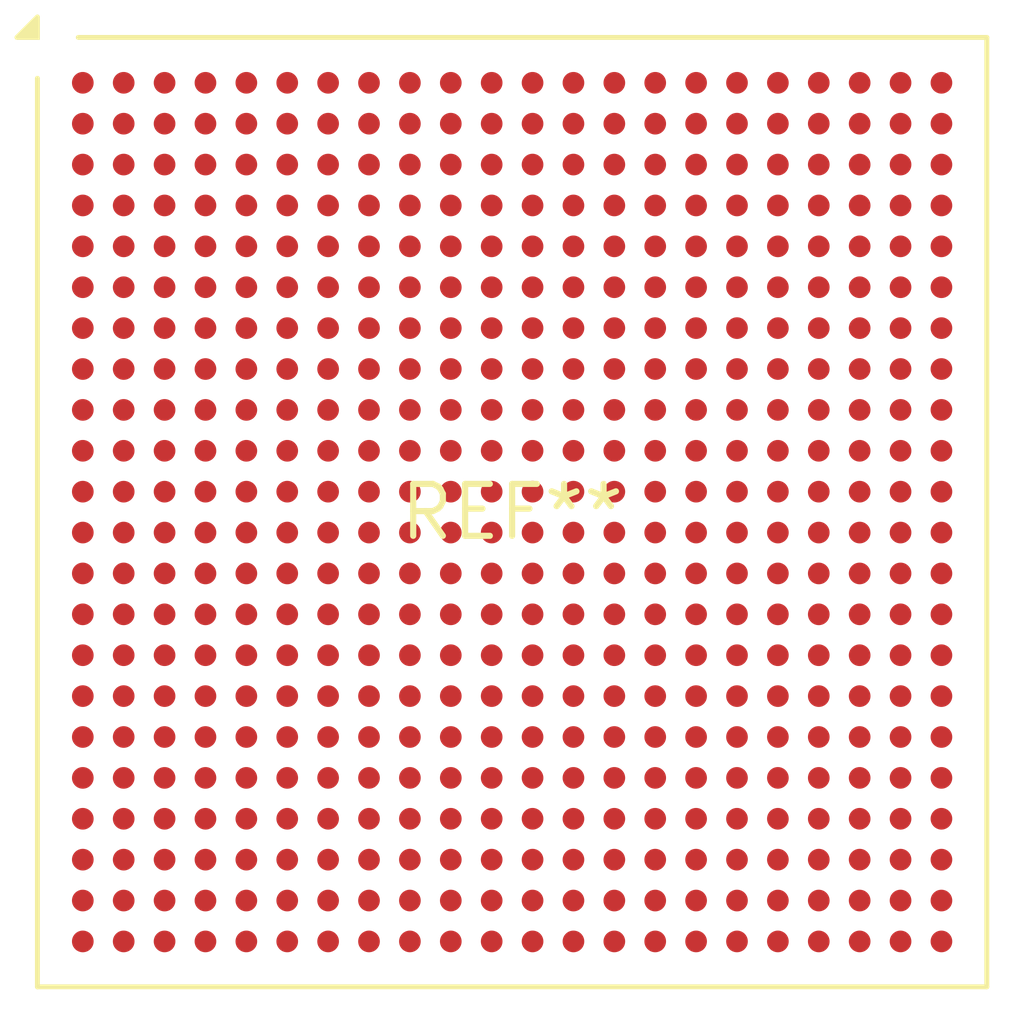
<source format=kicad_pcb>
(kicad_pcb (version 20240108) (generator pcbnew)
  (layers (0 "F.Cu" signal) (31 "B.Cu" signal) (34 "B.Paste" user) (35 "F.Paste" user) (36 "B.SilkS" user "B.Silkscreen") (37 "F.SilkS" user "F.Silkscreen") (38 "B.Mask" user) (39 "F.Mask" user) (44 "Edge.Cuts" user))
  (net 0 "")
  (footprint "Xilinx_RB484" (layer "F.Cu") (at 0 0)
    (property "Reference" "REF**")
    (property "Value" "Xilinx_RB484")
    (pad "A1" smd circle (at -10.5 -10.5) (size 0.53 0.53) (property pad_prop_bga) (layers "F.Cu" "F.Paste" "F.Mask"))
    (pad "A2" smd circle (at -9.5 -10.5) (size 0.53 0.53) (property pad_prop_bga) (layers "F.Cu" "F.Paste" "F.Mask"))
    (pad "A3" smd circle (at -8.5 -10.5) (size 0.53 0.53) (property pad_prop_bga) (layers "F.Cu" "F.Paste" "F.Mask"))
    (pad "A4" smd circle (at -7.5 -10.5) (size 0.53 0.53) (property pad_prop_bga) (layers "F.Cu" "F.Paste" "F.Mask"))
    (pad "A5" smd circle (at -6.5 -10.5) (size 0.53 0.53) (property pad_prop_bga) (layers "F.Cu" "F.Paste" "F.Mask"))
    (pad "A6" smd circle (at -5.5 -10.5) (size 0.53 0.53) (property pad_prop_bga) (layers "F.Cu" "F.Paste" "F.Mask"))
    (pad "A7" smd circle (at -4.5 -10.5) (size 0.53 0.53) (property pad_prop_bga) (layers "F.Cu" "F.Paste" "F.Mask"))
    (pad "A8" smd circle (at -3.5 -10.5) (size 0.53 0.53) (property pad_prop_bga) (layers "F.Cu" "F.Paste" "F.Mask"))
    (pad "A9" smd circle (at -2.5 -10.5) (size 0.53 0.53) (property pad_prop_bga) (layers "F.Cu" "F.Paste" "F.Mask"))
    (pad "A10" smd circle (at -1.5 -10.5) (size 0.53 0.53) (property pad_prop_bga) (layers "F.Cu" "F.Paste" "F.Mask"))
    (pad "A11" smd circle (at -0.5 -10.5) (size 0.53 0.53) (property pad_prop_bga) (layers "F.Cu" "F.Paste" "F.Mask"))
    (pad "A12" smd circle (at 0.5 -10.5) (size 0.53 0.53) (property pad_prop_bga) (layers "F.Cu" "F.Paste" "F.Mask"))
    (pad "A13" smd circle (at 1.5 -10.5) (size 0.53 0.53) (property pad_prop_bga) (layers "F.Cu" "F.Paste" "F.Mask"))
    (pad "A14" smd circle (at 2.5 -10.5) (size 0.53 0.53) (property pad_prop_bga) (layers "F.Cu" "F.Paste" "F.Mask"))
    (pad "A15" smd circle (at 3.5 -10.5) (size 0.53 0.53) (property pad_prop_bga) (layers "F.Cu" "F.Paste" "F.Mask"))
    (pad "A16" smd circle (at 4.5 -10.5) (size 0.53 0.53) (property pad_prop_bga) (layers "F.Cu" "F.Paste" "F.Mask"))
    (pad "A17" smd circle (at 5.5 -10.5) (size 0.53 0.53) (property pad_prop_bga) (layers "F.Cu" "F.Paste" "F.Mask"))
    (pad "A18" smd circle (at 6.5 -10.5) (size 0.53 0.53) (property pad_prop_bga) (layers "F.Cu" "F.Paste" "F.Mask"))
    (pad "A19" smd circle (at 7.5 -10.5) (size 0.53 0.53) (property pad_prop_bga) (layers "F.Cu" "F.Paste" "F.Mask"))
    (pad "A20" smd circle (at 8.5 -10.5) (size 0.53 0.53) (property pad_prop_bga) (layers "F.Cu" "F.Paste" "F.Mask"))
    (pad "A21" smd circle (at 9.5 -10.5) (size 0.53 0.53) (property pad_prop_bga) (layers "F.Cu" "F.Paste" "F.Mask"))
    (pad "A22" smd circle (at 10.5 -10.5) (size 0.53 0.53) (property pad_prop_bga) (layers "F.Cu" "F.Paste" "F.Mask"))
    (pad "AA1" smd circle (at -10.5 9.5) (size 0.53 0.53) (property pad_prop_bga) (layers "F.Cu" "F.Paste" "F.Mask"))
    (pad "AA2" smd circle (at -9.5 9.5) (size 0.53 0.53) (property pad_prop_bga) (layers "F.Cu" "F.Paste" "F.Mask"))
    (pad "AA3" smd circle (at -8.5 9.5) (size 0.53 0.53) (property pad_prop_bga) (layers "F.Cu" "F.Paste" "F.Mask"))
    (pad "AA4" smd circle (at -7.5 9.5) (size 0.53 0.53) (property pad_prop_bga) (layers "F.Cu" "F.Paste" "F.Mask"))
    (pad "AA5" smd circle (at -6.5 9.5) (size 0.53 0.53) (property pad_prop_bga) (layers "F.Cu" "F.Paste" "F.Mask"))
    (pad "AA6" smd circle (at -5.5 9.5) (size 0.53 0.53) (property pad_prop_bga) (layers "F.Cu" "F.Paste" "F.Mask"))
    (pad "AA7" smd circle (at -4.5 9.5) (size 0.53 0.53) (property pad_prop_bga) (layers "F.Cu" "F.Paste" "F.Mask"))
    (pad "AA8" smd circle (at -3.5 9.5) (size 0.53 0.53) (property pad_prop_bga) (layers "F.Cu" "F.Paste" "F.Mask"))
    (pad "AA9" smd circle (at -2.5 9.5) (size 0.53 0.53) (property pad_prop_bga) (layers "F.Cu" "F.Paste" "F.Mask"))
    (pad "AA10" smd circle (at -1.5 9.5) (size 0.53 0.53) (property pad_prop_bga) (layers "F.Cu" "F.Paste" "F.Mask"))
    (pad "AA11" smd circle (at -0.5 9.5) (size 0.53 0.53) (property pad_prop_bga) (layers "F.Cu" "F.Paste" "F.Mask"))
    (pad "AA12" smd circle (at 0.5 9.5) (size 0.53 0.53) (property pad_prop_bga) (layers "F.Cu" "F.Paste" "F.Mask"))
    (pad "AA13" smd circle (at 1.5 9.5) (size 0.53 0.53) (property pad_prop_bga) (layers "F.Cu" "F.Paste" "F.Mask"))
    (pad "AA14" smd circle (at 2.5 9.5) (size 0.53 0.53) (property pad_prop_bga) (layers "F.Cu" "F.Paste" "F.Mask"))
    (pad "AA15" smd circle (at 3.5 9.5) (size 0.53 0.53) (property pad_prop_bga) (layers "F.Cu" "F.Paste" "F.Mask"))
    (pad "AA16" smd circle (at 4.5 9.5) (size 0.53 0.53) (property pad_prop_bga) (layers "F.Cu" "F.Paste" "F.Mask"))
    (pad "AA17" smd circle (at 5.5 9.5) (size 0.53 0.53) (property pad_prop_bga) (layers "F.Cu" "F.Paste" "F.Mask"))
    (pad "AA18" smd circle (at 6.5 9.5) (size 0.53 0.53) (property pad_prop_bga) (layers "F.Cu" "F.Paste" "F.Mask"))
    (pad "AA19" smd circle (at 7.5 9.5) (size 0.53 0.53) (property pad_prop_bga) (layers "F.Cu" "F.Paste" "F.Mask"))
    (pad "AA20" smd circle (at 8.5 9.5) (size 0.53 0.53) (property pad_prop_bga) (layers "F.Cu" "F.Paste" "F.Mask"))
    (pad "AA21" smd circle (at 9.5 9.5) (size 0.53 0.53) (property pad_prop_bga) (layers "F.Cu" "F.Paste" "F.Mask"))
    (pad "AA22" smd circle (at 10.5 9.5) (size 0.53 0.53) (property pad_prop_bga) (layers "F.Cu" "F.Paste" "F.Mask"))
    (pad "AB1" smd circle (at -10.5 10.5) (size 0.53 0.53) (property pad_prop_bga) (layers "F.Cu" "F.Paste" "F.Mask"))
    (pad "AB2" smd circle (at -9.5 10.5) (size 0.53 0.53) (property pad_prop_bga) (layers "F.Cu" "F.Paste" "F.Mask"))
    (pad "AB3" smd circle (at -8.5 10.5) (size 0.53 0.53) (property pad_prop_bga) (layers "F.Cu" "F.Paste" "F.Mask"))
    (pad "AB4" smd circle (at -7.5 10.5) (size 0.53 0.53) (property pad_prop_bga) (layers "F.Cu" "F.Paste" "F.Mask"))
    (pad "AB5" smd circle (at -6.5 10.5) (size 0.53 0.53) (property pad_prop_bga) (layers "F.Cu" "F.Paste" "F.Mask"))
    (pad "AB6" smd circle (at -5.5 10.5) (size 0.53 0.53) (property pad_prop_bga) (layers "F.Cu" "F.Paste" "F.Mask"))
    (pad "AB7" smd circle (at -4.5 10.5) (size 0.53 0.53) (property pad_prop_bga) (layers "F.Cu" "F.Paste" "F.Mask"))
    (pad "AB8" smd circle (at -3.5 10.5) (size 0.53 0.53) (property pad_prop_bga) (layers "F.Cu" "F.Paste" "F.Mask"))
    (pad "AB9" smd circle (at -2.5 10.5) (size 0.53 0.53) (property pad_prop_bga) (layers "F.Cu" "F.Paste" "F.Mask"))
    (pad "AB10" smd circle (at -1.5 10.5) (size 0.53 0.53) (property pad_prop_bga) (layers "F.Cu" "F.Paste" "F.Mask"))
    (pad "AB11" smd circle (at -0.5 10.5) (size 0.53 0.53) (property pad_prop_bga) (layers "F.Cu" "F.Paste" "F.Mask"))
    (pad "AB12" smd circle (at 0.5 10.5) (size 0.53 0.53) (property pad_prop_bga) (layers "F.Cu" "F.Paste" "F.Mask"))
    (pad "AB13" smd circle (at 1.5 10.5) (size 0.53 0.53) (property pad_prop_bga) (layers "F.Cu" "F.Paste" "F.Mask"))
    (pad "AB14" smd circle (at 2.5 10.5) (size 0.53 0.53) (property pad_prop_bga) (layers "F.Cu" "F.Paste" "F.Mask"))
    (pad "AB15" smd circle (at 3.5 10.5) (size 0.53 0.53) (property pad_prop_bga) (layers "F.Cu" "F.Paste" "F.Mask"))
    (pad "AB16" smd circle (at 4.5 10.5) (size 0.53 0.53) (property pad_prop_bga) (layers "F.Cu" "F.Paste" "F.Mask"))
    (pad "AB17" smd circle (at 5.5 10.5) (size 0.53 0.53) (property pad_prop_bga) (layers "F.Cu" "F.Paste" "F.Mask"))
    (pad "AB18" smd circle (at 6.5 10.5) (size 0.53 0.53) (property pad_prop_bga) (layers "F.Cu" "F.Paste" "F.Mask"))
    (pad "AB19" smd circle (at 7.5 10.5) (size 0.53 0.53) (property pad_prop_bga) (layers "F.Cu" "F.Paste" "F.Mask"))
    (pad "AB20" smd circle (at 8.5 10.5) (size 0.53 0.53) (property pad_prop_bga) (layers "F.Cu" "F.Paste" "F.Mask"))
    (pad "AB21" smd circle (at 9.5 10.5) (size 0.53 0.53) (property pad_prop_bga) (layers "F.Cu" "F.Paste" "F.Mask"))
    (pad "AB22" smd circle (at 10.5 10.5) (size 0.53 0.53) (property pad_prop_bga) (layers "F.Cu" "F.Paste" "F.Mask"))
    (pad "B1" smd circle (at -10.5 -9.5) (size 0.53 0.53) (property pad_prop_bga) (layers "F.Cu" "F.Paste" "F.Mask"))
    (pad "B2" smd circle (at -9.5 -9.5) (size 0.53 0.53) (property pad_prop_bga) (layers "F.Cu" "F.Paste" "F.Mask"))
    (pad "B3" smd circle (at -8.5 -9.5) (size 0.53 0.53) (property pad_prop_bga) (layers "F.Cu" "F.Paste" "F.Mask"))
    (pad "B4" smd circle (at -7.5 -9.5) (size 0.53 0.53) (property pad_prop_bga) (layers "F.Cu" "F.Paste" "F.Mask"))
    (pad "B5" smd circle (at -6.5 -9.5) (size 0.53 0.53) (property pad_prop_bga) (layers "F.Cu" "F.Paste" "F.Mask"))
    (pad "B6" smd circle (at -5.5 -9.5) (size 0.53 0.53) (property pad_prop_bga) (layers "F.Cu" "F.Paste" "F.Mask"))
    (pad "B7" smd circle (at -4.5 -9.5) (size 0.53 0.53) (property pad_prop_bga) (layers "F.Cu" "F.Paste" "F.Mask"))
    (pad "B8" smd circle (at -3.5 -9.5) (size 0.53 0.53) (property pad_prop_bga) (layers "F.Cu" "F.Paste" "F.Mask"))
    (pad "B9" smd circle (at -2.5 -9.5) (size 0.53 0.53) (property pad_prop_bga) (layers "F.Cu" "F.Paste" "F.Mask"))
    (pad "B10" smd circle (at -1.5 -9.5) (size 0.53 0.53) (property pad_prop_bga) (layers "F.Cu" "F.Paste" "F.Mask"))
    (pad "B11" smd circle (at -0.5 -9.5) (size 0.53 0.53) (property pad_prop_bga) (layers "F.Cu" "F.Paste" "F.Mask"))
    (pad "B12" smd circle (at 0.5 -9.5) (size 0.53 0.53) (property pad_prop_bga) (layers "F.Cu" "F.Paste" "F.Mask"))
    (pad "B13" smd circle (at 1.5 -9.5) (size 0.53 0.53) (property pad_prop_bga) (layers "F.Cu" "F.Paste" "F.Mask"))
    (pad "B14" smd circle (at 2.5 -9.5) (size 0.53 0.53) (property pad_prop_bga) (layers "F.Cu" "F.Paste" "F.Mask"))
    (pad "B15" smd circle (at 3.5 -9.5) (size 0.53 0.53) (property pad_prop_bga) (layers "F.Cu" "F.Paste" "F.Mask"))
    (pad "B16" smd circle (at 4.5 -9.5) (size 0.53 0.53) (property pad_prop_bga) (layers "F.Cu" "F.Paste" "F.Mask"))
    (pad "B17" smd circle (at 5.5 -9.5) (size 0.53 0.53) (property pad_prop_bga) (layers "F.Cu" "F.Paste" "F.Mask"))
    (pad "B18" smd circle (at 6.5 -9.5) (size 0.53 0.53) (property pad_prop_bga) (layers "F.Cu" "F.Paste" "F.Mask"))
    (pad "B19" smd circle (at 7.5 -9.5) (size 0.53 0.53) (property pad_prop_bga) (layers "F.Cu" "F.Paste" "F.Mask"))
    (pad "B20" smd circle (at 8.5 -9.5) (size 0.53 0.53) (property pad_prop_bga) (layers "F.Cu" "F.Paste" "F.Mask"))
    (pad "B21" smd circle (at 9.5 -9.5) (size 0.53 0.53) (property pad_prop_bga) (layers "F.Cu" "F.Paste" "F.Mask"))
    (pad "B22" smd circle (at 10.5 -9.5) (size 0.53 0.53) (property pad_prop_bga) (layers "F.Cu" "F.Paste" "F.Mask"))
    (pad "C1" smd circle (at -10.5 -8.5) (size 0.53 0.53) (property pad_prop_bga) (layers "F.Cu" "F.Paste" "F.Mask"))
    (pad "C2" smd circle (at -9.5 -8.5) (size 0.53 0.53) (property pad_prop_bga) (layers "F.Cu" "F.Paste" "F.Mask"))
    (pad "C3" smd circle (at -8.5 -8.5) (size 0.53 0.53) (property pad_prop_bga) (layers "F.Cu" "F.Paste" "F.Mask"))
    (pad "C4" smd circle (at -7.5 -8.5) (size 0.53 0.53) (property pad_prop_bga) (layers "F.Cu" "F.Paste" "F.Mask"))
    (pad "C5" smd circle (at -6.5 -8.5) (size 0.53 0.53) (property pad_prop_bga) (layers "F.Cu" "F.Paste" "F.Mask"))
    (pad "C6" smd circle (at -5.5 -8.5) (size 0.53 0.53) (property pad_prop_bga) (layers "F.Cu" "F.Paste" "F.Mask"))
    (pad "C7" smd circle (at -4.5 -8.5) (size 0.53 0.53) (property pad_prop_bga) (layers "F.Cu" "F.Paste" "F.Mask"))
    (pad "C8" smd circle (at -3.5 -8.5) (size 0.53 0.53) (property pad_prop_bga) (layers "F.Cu" "F.Paste" "F.Mask"))
    (pad "C9" smd circle (at -2.5 -8.5) (size 0.53 0.53) (property pad_prop_bga) (layers "F.Cu" "F.Paste" "F.Mask"))
    (pad "C10" smd circle (at -1.5 -8.5) (size 0.53 0.53) (property pad_prop_bga) (layers "F.Cu" "F.Paste" "F.Mask"))
    (pad "C11" smd circle (at -0.5 -8.5) (size 0.53 0.53) (property pad_prop_bga) (layers "F.Cu" "F.Paste" "F.Mask"))
    (pad "C12" smd circle (at 0.5 -8.5) (size 0.53 0.53) (property pad_prop_bga) (layers "F.Cu" "F.Paste" "F.Mask"))
    (pad "C13" smd circle (at 1.5 -8.5) (size 0.53 0.53) (property pad_prop_bga) (layers "F.Cu" "F.Paste" "F.Mask"))
    (pad "C14" smd circle (at 2.5 -8.5) (size 0.53 0.53) (property pad_prop_bga) (layers "F.Cu" "F.Paste" "F.Mask"))
    (pad "C15" smd circle (at 3.5 -8.5) (size 0.53 0.53) (property pad_prop_bga) (layers "F.Cu" "F.Paste" "F.Mask"))
    (pad "C16" smd circle (at 4.5 -8.5) (size 0.53 0.53) (property pad_prop_bga) (layers "F.Cu" "F.Paste" "F.Mask"))
    (pad "C17" smd circle (at 5.5 -8.5) (size 0.53 0.53) (property pad_prop_bga) (layers "F.Cu" "F.Paste" "F.Mask"))
    (pad "C18" smd circle (at 6.5 -8.5) (size 0.53 0.53) (property pad_prop_bga) (layers "F.Cu" "F.Paste" "F.Mask"))
    (pad "C19" smd circle (at 7.5 -8.5) (size 0.53 0.53) (property pad_prop_bga) (layers "F.Cu" "F.Paste" "F.Mask"))
    (pad "C20" smd circle (at 8.5 -8.5) (size 0.53 0.53) (property pad_prop_bga) (layers "F.Cu" "F.Paste" "F.Mask"))
    (pad "C21" smd circle (at 9.5 -8.5) (size 0.53 0.53) (property pad_prop_bga) (layers "F.Cu" "F.Paste" "F.Mask"))
    (pad "C22" smd circle (at 10.5 -8.5) (size 0.53 0.53) (property pad_prop_bga) (layers "F.Cu" "F.Paste" "F.Mask"))
    (pad "D1" smd circle (at -10.5 -7.5) (size 0.53 0.53) (property pad_prop_bga) (layers "F.Cu" "F.Paste" "F.Mask"))
    (pad "D2" smd circle (at -9.5 -7.5) (size 0.53 0.53) (property pad_prop_bga) (layers "F.Cu" "F.Paste" "F.Mask"))
    (pad "D3" smd circle (at -8.5 -7.5) (size 0.53 0.53) (property pad_prop_bga) (layers "F.Cu" "F.Paste" "F.Mask"))
    (pad "D4" smd circle (at -7.5 -7.5) (size 0.53 0.53) (property pad_prop_bga) (layers "F.Cu" "F.Paste" "F.Mask"))
    (pad "D5" smd circle (at -6.5 -7.5) (size 0.53 0.53) (property pad_prop_bga) (layers "F.Cu" "F.Paste" "F.Mask"))
    (pad "D6" smd circle (at -5.5 -7.5) (size 0.53 0.53) (property pad_prop_bga) (layers "F.Cu" "F.Paste" "F.Mask"))
    (pad "D7" smd circle (at -4.5 -7.5) (size 0.53 0.53) (property pad_prop_bga) (layers "F.Cu" "F.Paste" "F.Mask"))
    (pad "D8" smd circle (at -3.5 -7.5) (size 0.53 0.53) (property pad_prop_bga) (layers "F.Cu" "F.Paste" "F.Mask"))
    (pad "D9" smd circle (at -2.5 -7.5) (size 0.53 0.53) (property pad_prop_bga) (layers "F.Cu" "F.Paste" "F.Mask"))
    (pad "D10" smd circle (at -1.5 -7.5) (size 0.53 0.53) (property pad_prop_bga) (layers "F.Cu" "F.Paste" "F.Mask"))
    (pad "D11" smd circle (at -0.5 -7.5) (size 0.53 0.53) (property pad_prop_bga) (layers "F.Cu" "F.Paste" "F.Mask"))
    (pad "D12" smd circle (at 0.5 -7.5) (size 0.53 0.53) (property pad_prop_bga) (layers "F.Cu" "F.Paste" "F.Mask"))
    (pad "D13" smd circle (at 1.5 -7.5) (size 0.53 0.53) (property pad_prop_bga) (layers "F.Cu" "F.Paste" "F.Mask"))
    (pad "D14" smd circle (at 2.5 -7.5) (size 0.53 0.53) (property pad_prop_bga) (layers "F.Cu" "F.Paste" "F.Mask"))
    (pad "D15" smd circle (at 3.5 -7.5) (size 0.53 0.53) (property pad_prop_bga) (layers "F.Cu" "F.Paste" "F.Mask"))
    (pad "D16" smd circle (at 4.5 -7.5) (size 0.53 0.53) (property pad_prop_bga) (layers "F.Cu" "F.Paste" "F.Mask"))
    (pad "D17" smd circle (at 5.5 -7.5) (size 0.53 0.53) (property pad_prop_bga) (layers "F.Cu" "F.Paste" "F.Mask"))
    (pad "D18" smd circle (at 6.5 -7.5) (size 0.53 0.53) (property pad_prop_bga) (layers "F.Cu" "F.Paste" "F.Mask"))
    (pad "D19" smd circle (at 7.5 -7.5) (size 0.53 0.53) (property pad_prop_bga) (layers "F.Cu" "F.Paste" "F.Mask"))
    (pad "D20" smd circle (at 8.5 -7.5) (size 0.53 0.53) (property pad_prop_bga) (layers "F.Cu" "F.Paste" "F.Mask"))
    (pad "D21" smd circle (at 9.5 -7.5) (size 0.53 0.53) (property pad_prop_bga) (layers "F.Cu" "F.Paste" "F.Mask"))
    (pad "D22" smd circle (at 10.5 -7.5) (size 0.53 0.53) (property pad_prop_bga) (layers "F.Cu" "F.Paste" "F.Mask"))
    (pad "E1" smd circle (at -10.5 -6.5) (size 0.53 0.53) (property pad_prop_bga) (layers "F.Cu" "F.Paste" "F.Mask"))
    (pad "E2" smd circle (at -9.5 -6.5) (size 0.53 0.53) (property pad_prop_bga) (layers "F.Cu" "F.Paste" "F.Mask"))
    (pad "E3" smd circle (at -8.5 -6.5) (size 0.53 0.53) (property pad_prop_bga) (layers "F.Cu" "F.Paste" "F.Mask"))
    (pad "E4" smd circle (at -7.5 -6.5) (size 0.53 0.53) (property pad_prop_bga) (layers "F.Cu" "F.Paste" "F.Mask"))
    (pad "E5" smd circle (at -6.5 -6.5) (size 0.53 0.53) (property pad_prop_bga) (layers "F.Cu" "F.Paste" "F.Mask"))
    (pad "E6" smd circle (at -5.5 -6.5) (size 0.53 0.53) (property pad_prop_bga) (layers "F.Cu" "F.Paste" "F.Mask"))
    (pad "E7" smd circle (at -4.5 -6.5) (size 0.53 0.53) (property pad_prop_bga) (layers "F.Cu" "F.Paste" "F.Mask"))
    (pad "E8" smd circle (at -3.5 -6.5) (size 0.53 0.53) (property pad_prop_bga) (layers "F.Cu" "F.Paste" "F.Mask"))
    (pad "E9" smd circle (at -2.5 -6.5) (size 0.53 0.53) (property pad_prop_bga) (layers "F.Cu" "F.Paste" "F.Mask"))
    (pad "E10" smd circle (at -1.5 -6.5) (size 0.53 0.53) (property pad_prop_bga) (layers "F.Cu" "F.Paste" "F.Mask"))
    (pad "E11" smd circle (at -0.5 -6.5) (size 0.53 0.53) (property pad_prop_bga) (layers "F.Cu" "F.Paste" "F.Mask"))
    (pad "E12" smd circle (at 0.5 -6.5) (size 0.53 0.53) (property pad_prop_bga) (layers "F.Cu" "F.Paste" "F.Mask"))
    (pad "E13" smd circle (at 1.5 -6.5) (size 0.53 0.53) (property pad_prop_bga) (layers "F.Cu" "F.Paste" "F.Mask"))
    (pad "E14" smd circle (at 2.5 -6.5) (size 0.53 0.53) (property pad_prop_bga) (layers "F.Cu" "F.Paste" "F.Mask"))
    (pad "E15" smd circle (at 3.5 -6.5) (size 0.53 0.53) (property pad_prop_bga) (layers "F.Cu" "F.Paste" "F.Mask"))
    (pad "E16" smd circle (at 4.5 -6.5) (size 0.53 0.53) (property pad_prop_bga) (layers "F.Cu" "F.Paste" "F.Mask"))
    (pad "E17" smd circle (at 5.5 -6.5) (size 0.53 0.53) (property pad_prop_bga) (layers "F.Cu" "F.Paste" "F.Mask"))
    (pad "E18" smd circle (at 6.5 -6.5) (size 0.53 0.53) (property pad_prop_bga) (layers "F.Cu" "F.Paste" "F.Mask"))
    (pad "E19" smd circle (at 7.5 -6.5) (size 0.53 0.53) (property pad_prop_bga) (layers "F.Cu" "F.Paste" "F.Mask"))
    (pad "E20" smd circle (at 8.5 -6.5) (size 0.53 0.53) (property pad_prop_bga) (layers "F.Cu" "F.Paste" "F.Mask"))
    (pad "E21" smd circle (at 9.5 -6.5) (size 0.53 0.53) (property pad_prop_bga) (layers "F.Cu" "F.Paste" "F.Mask"))
    (pad "E22" smd circle (at 10.5 -6.5) (size 0.53 0.53) (property pad_prop_bga) (layers "F.Cu" "F.Paste" "F.Mask"))
    (pad "F1" smd circle (at -10.5 -5.5) (size 0.53 0.53) (property pad_prop_bga) (layers "F.Cu" "F.Paste" "F.Mask"))
    (pad "F2" smd circle (at -9.5 -5.5) (size 0.53 0.53) (property pad_prop_bga) (layers "F.Cu" "F.Paste" "F.Mask"))
    (pad "F3" smd circle (at -8.5 -5.5) (size 0.53 0.53) (property pad_prop_bga) (layers "F.Cu" "F.Paste" "F.Mask"))
    (pad "F4" smd circle (at -7.5 -5.5) (size 0.53 0.53) (property pad_prop_bga) (layers "F.Cu" "F.Paste" "F.Mask"))
    (pad "F5" smd circle (at -6.5 -5.5) (size 0.53 0.53) (property pad_prop_bga) (layers "F.Cu" "F.Paste" "F.Mask"))
    (pad "F6" smd circle (at -5.5 -5.5) (size 0.53 0.53) (property pad_prop_bga) (layers "F.Cu" "F.Paste" "F.Mask"))
    (pad "F7" smd circle (at -4.5 -5.5) (size 0.53 0.53) (property pad_prop_bga) (layers "F.Cu" "F.Paste" "F.Mask"))
    (pad "F8" smd circle (at -3.5 -5.5) (size 0.53 0.53) (property pad_prop_bga) (layers "F.Cu" "F.Paste" "F.Mask"))
    (pad "F9" smd circle (at -2.5 -5.5) (size 0.53 0.53) (property pad_prop_bga) (layers "F.Cu" "F.Paste" "F.Mask"))
    (pad "F10" smd circle (at -1.5 -5.5) (size 0.53 0.53) (property pad_prop_bga) (layers "F.Cu" "F.Paste" "F.Mask"))
    (pad "F11" smd circle (at -0.5 -5.5) (size 0.53 0.53) (property pad_prop_bga) (layers "F.Cu" "F.Paste" "F.Mask"))
    (pad "F12" smd circle (at 0.5 -5.5) (size 0.53 0.53) (property pad_prop_bga) (layers "F.Cu" "F.Paste" "F.Mask"))
    (pad "F13" smd circle (at 1.5 -5.5) (size 0.53 0.53) (property pad_prop_bga) (layers "F.Cu" "F.Paste" "F.Mask"))
    (pad "F14" smd circle (at 2.5 -5.5) (size 0.53 0.53) (property pad_prop_bga) (layers "F.Cu" "F.Paste" "F.Mask"))
    (pad "F15" smd circle (at 3.5 -5.5) (size 0.53 0.53) (property pad_prop_bga) (layers "F.Cu" "F.Paste" "F.Mask"))
    (pad "F16" smd circle (at 4.5 -5.5) (size 0.53 0.53) (property pad_prop_bga) (layers "F.Cu" "F.Paste" "F.Mask"))
    (pad "F17" smd circle (at 5.5 -5.5) (size 0.53 0.53) (property pad_prop_bga) (layers "F.Cu" "F.Paste" "F.Mask"))
    (pad "F18" smd circle (at 6.5 -5.5) (size 0.53 0.53) (property pad_prop_bga) (layers "F.Cu" "F.Paste" "F.Mask"))
    (pad "F19" smd circle (at 7.5 -5.5) (size 0.53 0.53) (property pad_prop_bga) (layers "F.Cu" "F.Paste" "F.Mask"))
    (pad "F20" smd circle (at 8.5 -5.5) (size 0.53 0.53) (property pad_prop_bga) (layers "F.Cu" "F.Paste" "F.Mask"))
    (pad "F21" smd circle (at 9.5 -5.5) (size 0.53 0.53) (property pad_prop_bga) (layers "F.Cu" "F.Paste" "F.Mask"))
    (pad "F22" smd circle (at 10.5 -5.5) (size 0.53 0.53) (property pad_prop_bga) (layers "F.Cu" "F.Paste" "F.Mask"))
    (pad "G1" smd circle (at -10.5 -4.5) (size 0.53 0.53) (property pad_prop_bga) (layers "F.Cu" "F.Paste" "F.Mask"))
    (pad "G2" smd circle (at -9.5 -4.5) (size 0.53 0.53) (property pad_prop_bga) (layers "F.Cu" "F.Paste" "F.Mask"))
    (pad "G3" smd circle (at -8.5 -4.5) (size 0.53 0.53) (property pad_prop_bga) (layers "F.Cu" "F.Paste" "F.Mask"))
    (pad "G4" smd circle (at -7.5 -4.5) (size 0.53 0.53) (property pad_prop_bga) (layers "F.Cu" "F.Paste" "F.Mask"))
    (pad "G5" smd circle (at -6.5 -4.5) (size 0.53 0.53) (property pad_prop_bga) (layers "F.Cu" "F.Paste" "F.Mask"))
    (pad "G6" smd circle (at -5.5 -4.5) (size 0.53 0.53) (property pad_prop_bga) (layers "F.Cu" "F.Paste" "F.Mask"))
    (pad "G7" smd circle (at -4.5 -4.5) (size 0.53 0.53) (property pad_prop_bga) (layers "F.Cu" "F.Paste" "F.Mask"))
    (pad "G8" smd circle (at -3.5 -4.5) (size 0.53 0.53) (property pad_prop_bga) (layers "F.Cu" "F.Paste" "F.Mask"))
    (pad "G9" smd circle (at -2.5 -4.5) (size 0.53 0.53) (property pad_prop_bga) (layers "F.Cu" "F.Paste" "F.Mask"))
    (pad "G10" smd circle (at -1.5 -4.5) (size 0.53 0.53) (property pad_prop_bga) (layers "F.Cu" "F.Paste" "F.Mask"))
    (pad "G11" smd circle (at -0.5 -4.5) (size 0.53 0.53) (property pad_prop_bga) (layers "F.Cu" "F.Paste" "F.Mask"))
    (pad "G12" smd circle (at 0.5 -4.5) (size 0.53 0.53) (property pad_prop_bga) (layers "F.Cu" "F.Paste" "F.Mask"))
    (pad "G13" smd circle (at 1.5 -4.5) (size 0.53 0.53) (property pad_prop_bga) (layers "F.Cu" "F.Paste" "F.Mask"))
    (pad "G14" smd circle (at 2.5 -4.5) (size 0.53 0.53) (property pad_prop_bga) (layers "F.Cu" "F.Paste" "F.Mask"))
    (pad "G15" smd circle (at 3.5 -4.5) (size 0.53 0.53) (property pad_prop_bga) (layers "F.Cu" "F.Paste" "F.Mask"))
    (pad "G16" smd circle (at 4.5 -4.5) (size 0.53 0.53) (property pad_prop_bga) (layers "F.Cu" "F.Paste" "F.Mask"))
    (pad "G17" smd circle (at 5.5 -4.5) (size 0.53 0.53) (property pad_prop_bga) (layers "F.Cu" "F.Paste" "F.Mask"))
    (pad "G18" smd circle (at 6.5 -4.5) (size 0.53 0.53) (property pad_prop_bga) (layers "F.Cu" "F.Paste" "F.Mask"))
    (pad "G19" smd circle (at 7.5 -4.5) (size 0.53 0.53) (property pad_prop_bga) (layers "F.Cu" "F.Paste" "F.Mask"))
    (pad "G20" smd circle (at 8.5 -4.5) (size 0.53 0.53) (property pad_prop_bga) (layers "F.Cu" "F.Paste" "F.Mask"))
    (pad "G21" smd circle (at 9.5 -4.5) (size 0.53 0.53) (property pad_prop_bga) (layers "F.Cu" "F.Paste" "F.Mask"))
    (pad "G22" smd circle (at 10.5 -4.5) (size 0.53 0.53) (property pad_prop_bga) (layers "F.Cu" "F.Paste" "F.Mask"))
    (pad "H1" smd circle (at -10.5 -3.5) (size 0.53 0.53) (property pad_prop_bga) (layers "F.Cu" "F.Paste" "F.Mask"))
    (pad "H2" smd circle (at -9.5 -3.5) (size 0.53 0.53) (property pad_prop_bga) (layers "F.Cu" "F.Paste" "F.Mask"))
    (pad "H3" smd circle (at -8.5 -3.5) (size 0.53 0.53) (property pad_prop_bga) (layers "F.Cu" "F.Paste" "F.Mask"))
    (pad "H4" smd circle (at -7.5 -3.5) (size 0.53 0.53) (property pad_prop_bga) (layers "F.Cu" "F.Paste" "F.Mask"))
    (pad "H5" smd circle (at -6.5 -3.5) (size 0.53 0.53) (property pad_prop_bga) (layers "F.Cu" "F.Paste" "F.Mask"))
    (pad "H6" smd circle (at -5.5 -3.5) (size 0.53 0.53) (property pad_prop_bga) (layers "F.Cu" "F.Paste" "F.Mask"))
    (pad "H7" smd circle (at -4.5 -3.5) (size 0.53 0.53) (property pad_prop_bga) (layers "F.Cu" "F.Paste" "F.Mask"))
    (pad "H8" smd circle (at -3.5 -3.5) (size 0.53 0.53) (property pad_prop_bga) (layers "F.Cu" "F.Paste" "F.Mask"))
    (pad "H9" smd circle (at -2.5 -3.5) (size 0.53 0.53) (property pad_prop_bga) (layers "F.Cu" "F.Paste" "F.Mask"))
    (pad "H10" smd circle (at -1.5 -3.5) (size 0.53 0.53) (property pad_prop_bga) (layers "F.Cu" "F.Paste" "F.Mask"))
    (pad "H11" smd circle (at -0.5 -3.5) (size 0.53 0.53) (property pad_prop_bga) (layers "F.Cu" "F.Paste" "F.Mask"))
    (pad "H12" smd circle (at 0.5 -3.5) (size 0.53 0.53) (property pad_prop_bga) (layers "F.Cu" "F.Paste" "F.Mask"))
    (pad "H13" smd circle (at 1.5 -3.5) (size 0.53 0.53) (property pad_prop_bga) (layers "F.Cu" "F.Paste" "F.Mask"))
    (pad "H14" smd circle (at 2.5 -3.5) (size 0.53 0.53) (property pad_prop_bga) (layers "F.Cu" "F.Paste" "F.Mask"))
    (pad "H15" smd circle (at 3.5 -3.5) (size 0.53 0.53) (property pad_prop_bga) (layers "F.Cu" "F.Paste" "F.Mask"))
    (pad "H16" smd circle (at 4.5 -3.5) (size 0.53 0.53) (property pad_prop_bga) (layers "F.Cu" "F.Paste" "F.Mask"))
    (pad "H17" smd circle (at 5.5 -3.5) (size 0.53 0.53) (property pad_prop_bga) (layers "F.Cu" "F.Paste" "F.Mask"))
    (pad "H18" smd circle (at 6.5 -3.5) (size 0.53 0.53) (property pad_prop_bga) (layers "F.Cu" "F.Paste" "F.Mask"))
    (pad "H19" smd circle (at 7.5 -3.5) (size 0.53 0.53) (property pad_prop_bga) (layers "F.Cu" "F.Paste" "F.Mask"))
    (pad "H20" smd circle (at 8.5 -3.5) (size 0.53 0.53) (property pad_prop_bga) (layers "F.Cu" "F.Paste" "F.Mask"))
    (pad "H21" smd circle (at 9.5 -3.5) (size 0.53 0.53) (property pad_prop_bga) (layers "F.Cu" "F.Paste" "F.Mask"))
    (pad "H22" smd circle (at 10.5 -3.5) (size 0.53 0.53) (property pad_prop_bga) (layers "F.Cu" "F.Paste" "F.Mask"))
    (pad "J1" smd circle (at -10.5 -2.5) (size 0.53 0.53) (property pad_prop_bga) (layers "F.Cu" "F.Paste" "F.Mask"))
    (pad "J2" smd circle (at -9.5 -2.5) (size 0.53 0.53) (property pad_prop_bga) (layers "F.Cu" "F.Paste" "F.Mask"))
    (pad "J3" smd circle (at -8.5 -2.5) (size 0.53 0.53) (property pad_prop_bga) (layers "F.Cu" "F.Paste" "F.Mask"))
    (pad "J4" smd circle (at -7.5 -2.5) (size 0.53 0.53) (property pad_prop_bga) (layers "F.Cu" "F.Paste" "F.Mask"))
    (pad "J5" smd circle (at -6.5 -2.5) (size 0.53 0.53) (property pad_prop_bga) (layers "F.Cu" "F.Paste" "F.Mask"))
    (pad "J6" smd circle (at -5.5 -2.5) (size 0.53 0.53) (property pad_prop_bga) (layers "F.Cu" "F.Paste" "F.Mask"))
    (pad "J7" smd circle (at -4.5 -2.5) (size 0.53 0.53) (property pad_prop_bga) (layers "F.Cu" "F.Paste" "F.Mask"))
    (pad "J8" smd circle (at -3.5 -2.5) (size 0.53 0.53) (property pad_prop_bga) (layers "F.Cu" "F.Paste" "F.Mask"))
    (pad "J9" smd circle (at -2.5 -2.5) (size 0.53 0.53) (property pad_prop_bga) (layers "F.Cu" "F.Paste" "F.Mask"))
    (pad "J10" smd circle (at -1.5 -2.5) (size 0.53 0.53) (property pad_prop_bga) (layers "F.Cu" "F.Paste" "F.Mask"))
    (pad "J11" smd circle (at -0.5 -2.5) (size 0.53 0.53) (property pad_prop_bga) (layers "F.Cu" "F.Paste" "F.Mask"))
    (pad "J12" smd circle (at 0.5 -2.5) (size 0.53 0.53) (property pad_prop_bga) (layers "F.Cu" "F.Paste" "F.Mask"))
    (pad "J13" smd circle (at 1.5 -2.5) (size 0.53 0.53) (property pad_prop_bga) (layers "F.Cu" "F.Paste" "F.Mask"))
    (pad "J14" smd circle (at 2.5 -2.5) (size 0.53 0.53) (property pad_prop_bga) (layers "F.Cu" "F.Paste" "F.Mask"))
    (pad "J15" smd circle (at 3.5 -2.5) (size 0.53 0.53) (property pad_prop_bga) (layers "F.Cu" "F.Paste" "F.Mask"))
    (pad "J16" smd circle (at 4.5 -2.5) (size 0.53 0.53) (property pad_prop_bga) (layers "F.Cu" "F.Paste" "F.Mask"))
    (pad "J17" smd circle (at 5.5 -2.5) (size 0.53 0.53) (property pad_prop_bga) (layers "F.Cu" "F.Paste" "F.Mask"))
    (pad "J18" smd circle (at 6.5 -2.5) (size 0.53 0.53) (property pad_prop_bga) (layers "F.Cu" "F.Paste" "F.Mask"))
    (pad "J19" smd circle (at 7.5 -2.5) (size 0.53 0.53) (property pad_prop_bga) (layers "F.Cu" "F.Paste" "F.Mask"))
    (pad "J20" smd circle (at 8.5 -2.5) (size 0.53 0.53) (property pad_prop_bga) (layers "F.Cu" "F.Paste" "F.Mask"))
    (pad "J21" smd circle (at 9.5 -2.5) (size 0.53 0.53) (property pad_prop_bga) (layers "F.Cu" "F.Paste" "F.Mask"))
    (pad "J22" smd circle (at 10.5 -2.5) (size 0.53 0.53) (property pad_prop_bga) (layers "F.Cu" "F.Paste" "F.Mask"))
    (pad "K1" smd circle (at -10.5 -1.5) (size 0.53 0.53) (property pad_prop_bga) (layers "F.Cu" "F.Paste" "F.Mask"))
    (pad "K2" smd circle (at -9.5 -1.5) (size 0.53 0.53) (property pad_prop_bga) (layers "F.Cu" "F.Paste" "F.Mask"))
    (pad "K3" smd circle (at -8.5 -1.5) (size 0.53 0.53) (property pad_prop_bga) (layers "F.Cu" "F.Paste" "F.Mask"))
    (pad "K4" smd circle (at -7.5 -1.5) (size 0.53 0.53) (property pad_prop_bga) (layers "F.Cu" "F.Paste" "F.Mask"))
    (pad "K5" smd circle (at -6.5 -1.5) (size 0.53 0.53) (property pad_prop_bga) (layers "F.Cu" "F.Paste" "F.Mask"))
    (pad "K6" smd circle (at -5.5 -1.5) (size 0.53 0.53) (property pad_prop_bga) (layers "F.Cu" "F.Paste" "F.Mask"))
    (pad "K7" smd circle (at -4.5 -1.5) (size 0.53 0.53) (property pad_prop_bga) (layers "F.Cu" "F.Paste" "F.Mask"))
    (pad "K8" smd circle (at -3.5 -1.5) (size 0.53 0.53) (property pad_prop_bga) (layers "F.Cu" "F.Paste" "F.Mask"))
    (pad "K9" smd circle (at -2.5 -1.5) (size 0.53 0.53) (property pad_prop_bga) (layers "F.Cu" "F.Paste" "F.Mask"))
    (pad "K10" smd circle (at -1.5 -1.5) (size 0.53 0.53) (property pad_prop_bga) (layers "F.Cu" "F.Paste" "F.Mask"))
    (pad "K11" smd circle (at -0.5 -1.5) (size 0.53 0.53) (property pad_prop_bga) (layers "F.Cu" "F.Paste" "F.Mask"))
    (pad "K12" smd circle (at 0.5 -1.5) (size 0.53 0.53) (property pad_prop_bga) (layers "F.Cu" "F.Paste" "F.Mask"))
    (pad "K13" smd circle (at 1.5 -1.5) (size 0.53 0.53) (property pad_prop_bga) (layers "F.Cu" "F.Paste" "F.Mask"))
    (pad "K14" smd circle (at 2.5 -1.5) (size 0.53 0.53) (property pad_prop_bga) (layers "F.Cu" "F.Paste" "F.Mask"))
    (pad "K15" smd circle (at 3.5 -1.5) (size 0.53 0.53) (property pad_prop_bga) (layers "F.Cu" "F.Paste" "F.Mask"))
    (pad "K16" smd circle (at 4.5 -1.5) (size 0.53 0.53) (property pad_prop_bga) (layers "F.Cu" "F.Paste" "F.Mask"))
    (pad "K17" smd circle (at 5.5 -1.5) (size 0.53 0.53) (property pad_prop_bga) (layers "F.Cu" "F.Paste" "F.Mask"))
    (pad "K18" smd circle (at 6.5 -1.5) (size 0.53 0.53) (property pad_prop_bga) (layers "F.Cu" "F.Paste" "F.Mask"))
    (pad "K19" smd circle (at 7.5 -1.5) (size 0.53 0.53) (property pad_prop_bga) (layers "F.Cu" "F.Paste" "F.Mask"))
    (pad "K20" smd circle (at 8.5 -1.5) (size 0.53 0.53) (property pad_prop_bga) (layers "F.Cu" "F.Paste" "F.Mask"))
    (pad "K21" smd circle (at 9.5 -1.5) (size 0.53 0.53) (property pad_prop_bga) (layers "F.Cu" "F.Paste" "F.Mask"))
    (pad "K22" smd circle (at 10.5 -1.5) (size 0.53 0.53) (property pad_prop_bga) (layers "F.Cu" "F.Paste" "F.Mask"))
    (pad "L1" smd circle (at -10.5 -0.5) (size 0.53 0.53) (property pad_prop_bga) (layers "F.Cu" "F.Paste" "F.Mask"))
    (pad "L2" smd circle (at -9.5 -0.5) (size 0.53 0.53) (property pad_prop_bga) (layers "F.Cu" "F.Paste" "F.Mask"))
    (pad "L3" smd circle (at -8.5 -0.5) (size 0.53 0.53) (property pad_prop_bga) (layers "F.Cu" "F.Paste" "F.Mask"))
    (pad "L4" smd circle (at -7.5 -0.5) (size 0.53 0.53) (property pad_prop_bga) (layers "F.Cu" "F.Paste" "F.Mask"))
    (pad "L5" smd circle (at -6.5 -0.5) (size 0.53 0.53) (property pad_prop_bga) (layers "F.Cu" "F.Paste" "F.Mask"))
    (pad "L6" smd circle (at -5.5 -0.5) (size 0.53 0.53) (property pad_prop_bga) (layers "F.Cu" "F.Paste" "F.Mask"))
    (pad "L7" smd circle (at -4.5 -0.5) (size 0.53 0.53) (property pad_prop_bga) (layers "F.Cu" "F.Paste" "F.Mask"))
    (pad "L8" smd circle (at -3.5 -0.5) (size 0.53 0.53) (property pad_prop_bga) (layers "F.Cu" "F.Paste" "F.Mask"))
    (pad "L9" smd circle (at -2.5 -0.5) (size 0.53 0.53) (property pad_prop_bga) (layers "F.Cu" "F.Paste" "F.Mask"))
    (pad "L10" smd circle (at -1.5 -0.5) (size 0.53 0.53) (property pad_prop_bga) (layers "F.Cu" "F.Paste" "F.Mask"))
    (pad "L11" smd circle (at -0.5 -0.5) (size 0.53 0.53) (property pad_prop_bga) (layers "F.Cu" "F.Paste" "F.Mask"))
    (pad "L12" smd circle (at 0.5 -0.5) (size 0.53 0.53) (property pad_prop_bga) (layers "F.Cu" "F.Paste" "F.Mask"))
    (pad "L13" smd circle (at 1.5 -0.5) (size 0.53 0.53) (property pad_prop_bga) (layers "F.Cu" "F.Paste" "F.Mask"))
    (pad "L14" smd circle (at 2.5 -0.5) (size 0.53 0.53) (property pad_prop_bga) (layers "F.Cu" "F.Paste" "F.Mask"))
    (pad "L15" smd circle (at 3.5 -0.5) (size 0.53 0.53) (property pad_prop_bga) (layers "F.Cu" "F.Paste" "F.Mask"))
    (pad "L16" smd circle (at 4.5 -0.5) (size 0.53 0.53) (property pad_prop_bga) (layers "F.Cu" "F.Paste" "F.Mask"))
    (pad "L17" smd circle (at 5.5 -0.5) (size 0.53 0.53) (property pad_prop_bga) (layers "F.Cu" "F.Paste" "F.Mask"))
    (pad "L18" smd circle (at 6.5 -0.5) (size 0.53 0.53) (property pad_prop_bga) (layers "F.Cu" "F.Paste" "F.Mask"))
    (pad "L19" smd circle (at 7.5 -0.5) (size 0.53 0.53) (property pad_prop_bga) (layers "F.Cu" "F.Paste" "F.Mask"))
    (pad "L20" smd circle (at 8.5 -0.5) (size 0.53 0.53) (property pad_prop_bga) (layers "F.Cu" "F.Paste" "F.Mask"))
    (pad "L21" smd circle (at 9.5 -0.5) (size 0.53 0.53) (property pad_prop_bga) (layers "F.Cu" "F.Paste" "F.Mask"))
    (pad "L22" smd circle (at 10.5 -0.5) (size 0.53 0.53) (property pad_prop_bga) (layers "F.Cu" "F.Paste" "F.Mask"))
    (pad "M1" smd circle (at -10.5 0.5) (size 0.53 0.53) (property pad_prop_bga) (layers "F.Cu" "F.Paste" "F.Mask"))
    (pad "M2" smd circle (at -9.5 0.5) (size 0.53 0.53) (property pad_prop_bga) (layers "F.Cu" "F.Paste" "F.Mask"))
    (pad "M3" smd circle (at -8.5 0.5) (size 0.53 0.53) (property pad_prop_bga) (layers "F.Cu" "F.Paste" "F.Mask"))
    (pad "M4" smd circle (at -7.5 0.5) (size 0.53 0.53) (property pad_prop_bga) (layers "F.Cu" "F.Paste" "F.Mask"))
    (pad "M5" smd circle (at -6.5 0.5) (size 0.53 0.53) (property pad_prop_bga) (layers "F.Cu" "F.Paste" "F.Mask"))
    (pad "M6" smd circle (at -5.5 0.5) (size 0.53 0.53) (property pad_prop_bga) (layers "F.Cu" "F.Paste" "F.Mask"))
    (pad "M7" smd circle (at -4.5 0.5) (size 0.53 0.53) (property pad_prop_bga) (layers "F.Cu" "F.Paste" "F.Mask"))
    (pad "M8" smd circle (at -3.5 0.5) (size 0.53 0.53) (property pad_prop_bga) (layers "F.Cu" "F.Paste" "F.Mask"))
    (pad "M9" smd circle (at -2.5 0.5) (size 0.53 0.53) (property pad_prop_bga) (layers "F.Cu" "F.Paste" "F.Mask"))
    (pad "M10" smd circle (at -1.5 0.5) (size 0.53 0.53) (property pad_prop_bga) (layers "F.Cu" "F.Paste" "F.Mask"))
    (pad "M11" smd circle (at -0.5 0.5) (size 0.53 0.53) (property pad_prop_bga) (layers "F.Cu" "F.Paste" "F.Mask"))
    (pad "M12" smd circle (at 0.5 0.5) (size 0.53 0.53) (property pad_prop_bga) (layers "F.Cu" "F.Paste" "F.Mask"))
    (pad "M13" smd circle (at 1.5 0.5) (size 0.53 0.53) (property pad_prop_bga) (layers "F.Cu" "F.Paste" "F.Mask"))
    (pad "M14" smd circle (at 2.5 0.5) (size 0.53 0.53) (property pad_prop_bga) (layers "F.Cu" "F.Paste" "F.Mask"))
    (pad "M15" smd circle (at 3.5 0.5) (size 0.53 0.53) (property pad_prop_bga) (layers "F.Cu" "F.Paste" "F.Mask"))
    (pad "M16" smd circle (at 4.5 0.5) (size 0.53 0.53) (property pad_prop_bga) (layers "F.Cu" "F.Paste" "F.Mask"))
    (pad "M17" smd circle (at 5.5 0.5) (size 0.53 0.53) (property pad_prop_bga) (layers "F.Cu" "F.Paste" "F.Mask"))
    (pad "M18" smd circle (at 6.5 0.5) (size 0.53 0.53) (property pad_prop_bga) (layers "F.Cu" "F.Paste" "F.Mask"))
    (pad "M19" smd circle (at 7.5 0.5) (size 0.53 0.53) (property pad_prop_bga) (layers "F.Cu" "F.Paste" "F.Mask"))
    (pad "M20" smd circle (at 8.5 0.5) (size 0.53 0.53) (property pad_prop_bga) (layers "F.Cu" "F.Paste" "F.Mask"))
    (pad "M21" smd circle (at 9.5 0.5) (size 0.53 0.53) (property pad_prop_bga) (layers "F.Cu" "F.Paste" "F.Mask"))
    (pad "M22" smd circle (at 10.5 0.5) (size 0.53 0.53) (property pad_prop_bga) (layers "F.Cu" "F.Paste" "F.Mask"))
    (pad "N1" smd circle (at -10.5 1.5) (size 0.53 0.53) (property pad_prop_bga) (layers "F.Cu" "F.Paste" "F.Mask"))
    (pad "N2" smd circle (at -9.5 1.5) (size 0.53 0.53) (property pad_prop_bga) (layers "F.Cu" "F.Paste" "F.Mask"))
    (pad "N3" smd circle (at -8.5 1.5) (size 0.53 0.53) (property pad_prop_bga) (layers "F.Cu" "F.Paste" "F.Mask"))
    (pad "N4" smd circle (at -7.5 1.5) (size 0.53 0.53) (property pad_prop_bga) (layers "F.Cu" "F.Paste" "F.Mask"))
    (pad "N5" smd circle (at -6.5 1.5) (size 0.53 0.53) (property pad_prop_bga) (layers "F.Cu" "F.Paste" "F.Mask"))
    (pad "N6" smd circle (at -5.5 1.5) (size 0.53 0.53) (property pad_prop_bga) (layers "F.Cu" "F.Paste" "F.Mask"))
    (pad "N7" smd circle (at -4.5 1.5) (size 0.53 0.53) (property pad_prop_bga) (layers "F.Cu" "F.Paste" "F.Mask"))
    (pad "N8" smd circle (at -3.5 1.5) (size 0.53 0.53) (property pad_prop_bga) (layers "F.Cu" "F.Paste" "F.Mask"))
    (pad "N9" smd circle (at -2.5 1.5) (size 0.53 0.53) (property pad_prop_bga) (layers "F.Cu" "F.Paste" "F.Mask"))
    (pad "N10" smd circle (at -1.5 1.5) (size 0.53 0.53) (property pad_prop_bga) (layers "F.Cu" "F.Paste" "F.Mask"))
    (pad "N11" smd circle (at -0.5 1.5) (size 0.53 0.53) (property pad_prop_bga) (layers "F.Cu" "F.Paste" "F.Mask"))
    (pad "N12" smd circle (at 0.5 1.5) (size 0.53 0.53) (property pad_prop_bga) (layers "F.Cu" "F.Paste" "F.Mask"))
    (pad "N13" smd circle (at 1.5 1.5) (size 0.53 0.53) (property pad_prop_bga) (layers "F.Cu" "F.Paste" "F.Mask"))
    (pad "N14" smd circle (at 2.5 1.5) (size 0.53 0.53) (property pad_prop_bga) (layers "F.Cu" "F.Paste" "F.Mask"))
    (pad "N15" smd circle (at 3.5 1.5) (size 0.53 0.53) (property pad_prop_bga) (layers "F.Cu" "F.Paste" "F.Mask"))
    (pad "N16" smd circle (at 4.5 1.5) (size 0.53 0.53) (property pad_prop_bga) (layers "F.Cu" "F.Paste" "F.Mask"))
    (pad "N17" smd circle (at 5.5 1.5) (size 0.53 0.53) (property pad_prop_bga) (layers "F.Cu" "F.Paste" "F.Mask"))
    (pad "N18" smd circle (at 6.5 1.5) (size 0.53 0.53) (property pad_prop_bga) (layers "F.Cu" "F.Paste" "F.Mask"))
    (pad "N19" smd circle (at 7.5 1.5) (size 0.53 0.53) (property pad_prop_bga) (layers "F.Cu" "F.Paste" "F.Mask"))
    (pad "N20" smd circle (at 8.5 1.5) (size 0.53 0.53) (property pad_prop_bga) (layers "F.Cu" "F.Paste" "F.Mask"))
    (pad "N21" smd circle (at 9.5 1.5) (size 0.53 0.53) (property pad_prop_bga) (layers "F.Cu" "F.Paste" "F.Mask"))
    (pad "N22" smd circle (at 10.5 1.5) (size 0.53 0.53) (property pad_prop_bga) (layers "F.Cu" "F.Paste" "F.Mask"))
    (pad "P1" smd circle (at -10.5 2.5) (size 0.53 0.53) (property pad_prop_bga) (layers "F.Cu" "F.Paste" "F.Mask"))
    (pad "P2" smd circle (at -9.5 2.5) (size 0.53 0.53) (property pad_prop_bga) (layers "F.Cu" "F.Paste" "F.Mask"))
    (pad "P3" smd circle (at -8.5 2.5) (size 0.53 0.53) (property pad_prop_bga) (layers "F.Cu" "F.Paste" "F.Mask"))
    (pad "P4" smd circle (at -7.5 2.5) (size 0.53 0.53) (property pad_prop_bga) (layers "F.Cu" "F.Paste" "F.Mask"))
    (pad "P5" smd circle (at -6.5 2.5) (size 0.53 0.53) (property pad_prop_bga) (layers "F.Cu" "F.Paste" "F.Mask"))
    (pad "P6" smd circle (at -5.5 2.5) (size 0.53 0.53) (property pad_prop_bga) (layers "F.Cu" "F.Paste" "F.Mask"))
    (pad "P7" smd circle (at -4.5 2.5) (size 0.53 0.53) (property pad_prop_bga) (layers "F.Cu" "F.Paste" "F.Mask"))
    (pad "P8" smd circle (at -3.5 2.5) (size 0.53 0.53) (property pad_prop_bga) (layers "F.Cu" "F.Paste" "F.Mask"))
    (pad "P9" smd circle (at -2.5 2.5) (size 0.53 0.53) (property pad_prop_bga) (layers "F.Cu" "F.Paste" "F.Mask"))
    (pad "P10" smd circle (at -1.5 2.5) (size 0.53 0.53) (property pad_prop_bga) (layers "F.Cu" "F.Paste" "F.Mask"))
    (pad "P11" smd circle (at -0.5 2.5) (size 0.53 0.53) (property pad_prop_bga) (layers "F.Cu" "F.Paste" "F.Mask"))
    (pad "P12" smd circle (at 0.5 2.5) (size 0.53 0.53) (property pad_prop_bga) (layers "F.Cu" "F.Paste" "F.Mask"))
    (pad "P13" smd circle (at 1.5 2.5) (size 0.53 0.53) (property pad_prop_bga) (layers "F.Cu" "F.Paste" "F.Mask"))
    (pad "P14" smd circle (at 2.5 2.5) (size 0.53 0.53) (property pad_prop_bga) (layers "F.Cu" "F.Paste" "F.Mask"))
    (pad "P15" smd circle (at 3.5 2.5) (size 0.53 0.53) (property pad_prop_bga) (layers "F.Cu" "F.Paste" "F.Mask"))
    (pad "P16" smd circle (at 4.5 2.5) (size 0.53 0.53) (property pad_prop_bga) (layers "F.Cu" "F.Paste" "F.Mask"))
    (pad "P17" smd circle (at 5.5 2.5) (size 0.53 0.53) (property pad_prop_bga) (layers "F.Cu" "F.Paste" "F.Mask"))
    (pad "P18" smd circle (at 6.5 2.5) (size 0.53 0.53) (property pad_prop_bga) (layers "F.Cu" "F.Paste" "F.Mask"))
    (pad "P19" smd circle (at 7.5 2.5) (size 0.53 0.53) (property pad_prop_bga) (layers "F.Cu" "F.Paste" "F.Mask"))
    (pad "P20" smd circle (at 8.5 2.5) (size 0.53 0.53) (property pad_prop_bga) (layers "F.Cu" "F.Paste" "F.Mask"))
    (pad "P21" smd circle (at 9.5 2.5) (size 0.53 0.53) (property pad_prop_bga) (layers "F.Cu" "F.Paste" "F.Mask"))
    (pad "P22" smd circle (at 10.5 2.5) (size 0.53 0.53) (property pad_prop_bga) (layers "F.Cu" "F.Paste" "F.Mask"))
    (pad "R1" smd circle (at -10.5 3.5) (size 0.53 0.53) (property pad_prop_bga) (layers "F.Cu" "F.Paste" "F.Mask"))
    (pad "R2" smd circle (at -9.5 3.5) (size 0.53 0.53) (property pad_prop_bga) (layers "F.Cu" "F.Paste" "F.Mask"))
    (pad "R3" smd circle (at -8.5 3.5) (size 0.53 0.53) (property pad_prop_bga) (layers "F.Cu" "F.Paste" "F.Mask"))
    (pad "R4" smd circle (at -7.5 3.5) (size 0.53 0.53) (property pad_prop_bga) (layers "F.Cu" "F.Paste" "F.Mask"))
    (pad "R5" smd circle (at -6.5 3.5) (size 0.53 0.53) (property pad_prop_bga) (layers "F.Cu" "F.Paste" "F.Mask"))
    (pad "R6" smd circle (at -5.5 3.5) (size 0.53 0.53) (property pad_prop_bga) (layers "F.Cu" "F.Paste" "F.Mask"))
    (pad "R7" smd circle (at -4.5 3.5) (size 0.53 0.53) (property pad_prop_bga) (layers "F.Cu" "F.Paste" "F.Mask"))
    (pad "R8" smd circle (at -3.5 3.5) (size 0.53 0.53) (property pad_prop_bga) (layers "F.Cu" "F.Paste" "F.Mask"))
    (pad "R9" smd circle (at -2.5 3.5) (size 0.53 0.53) (property pad_prop_bga) (layers "F.Cu" "F.Paste" "F.Mask"))
    (pad "R10" smd circle (at -1.5 3.5) (size 0.53 0.53) (property pad_prop_bga) (layers "F.Cu" "F.Paste" "F.Mask"))
    (pad "R11" smd circle (at -0.5 3.5) (size 0.53 0.53) (property pad_prop_bga) (layers "F.Cu" "F.Paste" "F.Mask"))
    (pad "R12" smd circle (at 0.5 3.5) (size 0.53 0.53) (property pad_prop_bga) (layers "F.Cu" "F.Paste" "F.Mask"))
    (pad "R13" smd circle (at 1.5 3.5) (size 0.53 0.53) (property pad_prop_bga) (layers "F.Cu" "F.Paste" "F.Mask"))
    (pad "R14" smd circle (at 2.5 3.5) (size 0.53 0.53) (property pad_prop_bga) (layers "F.Cu" "F.Paste" "F.Mask"))
    (pad "R15" smd circle (at 3.5 3.5) (size 0.53 0.53) (property pad_prop_bga) (layers "F.Cu" "F.Paste" "F.Mask"))
    (pad "R16" smd circle (at 4.5 3.5) (size 0.53 0.53) (property pad_prop_bga) (layers "F.Cu" "F.Paste" "F.Mask"))
    (pad "R17" smd circle (at 5.5 3.5) (size 0.53 0.53) (property pad_prop_bga) (layers "F.Cu" "F.Paste" "F.Mask"))
    (pad "R18" smd circle (at 6.5 3.5) (size 0.53 0.53) (property pad_prop_bga) (layers "F.Cu" "F.Paste" "F.Mask"))
    (pad "R19" smd circle (at 7.5 3.5) (size 0.53 0.53) (property pad_prop_bga) (layers "F.Cu" "F.Paste" "F.Mask"))
    (pad "R20" smd circle (at 8.5 3.5) (size 0.53 0.53) (property pad_prop_bga) (layers "F.Cu" "F.Paste" "F.Mask"))
    (pad "R21" smd circle (at 9.5 3.5) (size 0.53 0.53) (property pad_prop_bga) (layers "F.Cu" "F.Paste" "F.Mask"))
    (pad "R22" smd circle (at 10.5 3.5) (size 0.53 0.53) (property pad_prop_bga) (layers "F.Cu" "F.Paste" "F.Mask"))
    (pad "T1" smd circle (at -10.5 4.5) (size 0.53 0.53) (property pad_prop_bga) (layers "F.Cu" "F.Paste" "F.Mask"))
    (pad "T2" smd circle (at -9.5 4.5) (size 0.53 0.53) (property pad_prop_bga) (layers "F.Cu" "F.Paste" "F.Mask"))
    (pad "T3" smd circle (at -8.5 4.5) (size 0.53 0.53) (property pad_prop_bga) (layers "F.Cu" "F.Paste" "F.Mask"))
    (pad "T4" smd circle (at -7.5 4.5) (size 0.53 0.53) (property pad_prop_bga) (layers "F.Cu" "F.Paste" "F.Mask"))
    (pad "T5" smd circle (at -6.5 4.5) (size 0.53 0.53) (property pad_prop_bga) (layers "F.Cu" "F.Paste" "F.Mask"))
    (pad "T6" smd circle (at -5.5 4.5) (size 0.53 0.53) (property pad_prop_bga) (layers "F.Cu" "F.Paste" "F.Mask"))
    (pad "T7" smd circle (at -4.5 4.5) (size 0.53 0.53) (property pad_prop_bga) (layers "F.Cu" "F.Paste" "F.Mask"))
    (pad "T8" smd circle (at -3.5 4.5) (size 0.53 0.53) (property pad_prop_bga) (layers "F.Cu" "F.Paste" "F.Mask"))
    (pad "T9" smd circle (at -2.5 4.5) (size 0.53 0.53) (property pad_prop_bga) (layers "F.Cu" "F.Paste" "F.Mask"))
    (pad "T10" smd circle (at -1.5 4.5) (size 0.53 0.53) (property pad_prop_bga) (layers "F.Cu" "F.Paste" "F.Mask"))
    (pad "T11" smd circle (at -0.5 4.5) (size 0.53 0.53) (property pad_prop_bga) (layers "F.Cu" "F.Paste" "F.Mask"))
    (pad "T12" smd circle (at 0.5 4.5) (size 0.53 0.53) (property pad_prop_bga) (layers "F.Cu" "F.Paste" "F.Mask"))
    (pad "T13" smd circle (at 1.5 4.5) (size 0.53 0.53) (property pad_prop_bga) (layers "F.Cu" "F.Paste" "F.Mask"))
    (pad "T14" smd circle (at 2.5 4.5) (size 0.53 0.53) (property pad_prop_bga) (layers "F.Cu" "F.Paste" "F.Mask"))
    (pad "T15" smd circle (at 3.5 4.5) (size 0.53 0.53) (property pad_prop_bga) (layers "F.Cu" "F.Paste" "F.Mask"))
    (pad "T16" smd circle (at 4.5 4.5) (size 0.53 0.53) (property pad_prop_bga) (layers "F.Cu" "F.Paste" "F.Mask"))
    (pad "T17" smd circle (at 5.5 4.5) (size 0.53 0.53) (property pad_prop_bga) (layers "F.Cu" "F.Paste" "F.Mask"))
    (pad "T18" smd circle (at 6.5 4.5) (size 0.53 0.53) (property pad_prop_bga) (layers "F.Cu" "F.Paste" "F.Mask"))
    (pad "T19" smd circle (at 7.5 4.5) (size 0.53 0.53) (property pad_prop_bga) (layers "F.Cu" "F.Paste" "F.Mask"))
    (pad "T20" smd circle (at 8.5 4.5) (size 0.53 0.53) (property pad_prop_bga) (layers "F.Cu" "F.Paste" "F.Mask"))
    (pad "T21" smd circle (at 9.5 4.5) (size 0.53 0.53) (property pad_prop_bga) (layers "F.Cu" "F.Paste" "F.Mask"))
    (pad "T22" smd circle (at 10.5 4.5) (size 0.53 0.53) (property pad_prop_bga) (layers "F.Cu" "F.Paste" "F.Mask"))
    (pad "U1" smd circle (at -10.5 5.5) (size 0.53 0.53) (property pad_prop_bga) (layers "F.Cu" "F.Paste" "F.Mask"))
    (pad "U2" smd circle (at -9.5 5.5) (size 0.53 0.53) (property pad_prop_bga) (layers "F.Cu" "F.Paste" "F.Mask"))
    (pad "U3" smd circle (at -8.5 5.5) (size 0.53 0.53) (property pad_prop_bga) (layers "F.Cu" "F.Paste" "F.Mask"))
    (pad "U4" smd circle (at -7.5 5.5) (size 0.53 0.53) (property pad_prop_bga) (layers "F.Cu" "F.Paste" "F.Mask"))
    (pad "U5" smd circle (at -6.5 5.5) (size 0.53 0.53) (property pad_prop_bga) (layers "F.Cu" "F.Paste" "F.Mask"))
    (pad "U6" smd circle (at -5.5 5.5) (size 0.53 0.53) (property pad_prop_bga) (layers "F.Cu" "F.Paste" "F.Mask"))
    (pad "U7" smd circle (at -4.5 5.5) (size 0.53 0.53) (property pad_prop_bga) (layers "F.Cu" "F.Paste" "F.Mask"))
    (pad "U8" smd circle (at -3.5 5.5) (size 0.53 0.53) (property pad_prop_bga) (layers "F.Cu" "F.Paste" "F.Mask"))
    (pad "U9" smd circle (at -2.5 5.5) (size 0.53 0.53) (property pad_prop_bga) (layers "F.Cu" "F.Paste" "F.Mask"))
    (pad "U10" smd circle (at -1.5 5.5) (size 0.53 0.53) (property pad_prop_bga) (layers "F.Cu" "F.Paste" "F.Mask"))
    (pad "U11" smd circle (at -0.5 5.5) (size 0.53 0.53) (property pad_prop_bga) (layers "F.Cu" "F.Paste" "F.Mask"))
    (pad "U12" smd circle (at 0.5 5.5) (size 0.53 0.53) (property pad_prop_bga) (layers "F.Cu" "F.Paste" "F.Mask"))
    (pad "U13" smd circle (at 1.5 5.5) (size 0.53 0.53) (property pad_prop_bga) (layers "F.Cu" "F.Paste" "F.Mask"))
    (pad "U14" smd circle (at 2.5 5.5) (size 0.53 0.53) (property pad_prop_bga) (layers "F.Cu" "F.Paste" "F.Mask"))
    (pad "U15" smd circle (at 3.5 5.5) (size 0.53 0.53) (property pad_prop_bga) (layers "F.Cu" "F.Paste" "F.Mask"))
    (pad "U16" smd circle (at 4.5 5.5) (size 0.53 0.53) (property pad_prop_bga) (layers "F.Cu" "F.Paste" "F.Mask"))
    (pad "U17" smd circle (at 5.5 5.5) (size 0.53 0.53) (property pad_prop_bga) (layers "F.Cu" "F.Paste" "F.Mask"))
    (pad "U18" smd circle (at 6.5 5.5) (size 0.53 0.53) (property pad_prop_bga) (layers "F.Cu" "F.Paste" "F.Mask"))
    (pad "U19" smd circle (at 7.5 5.5) (size 0.53 0.53) (property pad_prop_bga) (layers "F.Cu" "F.Paste" "F.Mask"))
    (pad "U20" smd circle (at 8.5 5.5) (size 0.53 0.53) (property pad_prop_bga) (layers "F.Cu" "F.Paste" "F.Mask"))
    (pad "U21" smd circle (at 9.5 5.5) (size 0.53 0.53) (property pad_prop_bga) (layers "F.Cu" "F.Paste" "F.Mask"))
    (pad "U22" smd circle (at 10.5 5.5) (size 0.53 0.53) (property pad_prop_bga) (layers "F.Cu" "F.Paste" "F.Mask"))
    (pad "V1" smd circle (at -10.5 6.5) (size 0.53 0.53) (property pad_prop_bga) (layers "F.Cu" "F.Paste" "F.Mask"))
    (pad "V2" smd circle (at -9.5 6.5) (size 0.53 0.53) (property pad_prop_bga) (layers "F.Cu" "F.Paste" "F.Mask"))
    (pad "V3" smd circle (at -8.5 6.5) (size 0.53 0.53) (property pad_prop_bga) (layers "F.Cu" "F.Paste" "F.Mask"))
    (pad "V4" smd circle (at -7.5 6.5) (size 0.53 0.53) (property pad_prop_bga) (layers "F.Cu" "F.Paste" "F.Mask"))
    (pad "V5" smd circle (at -6.5 6.5) (size 0.53 0.53) (property pad_prop_bga) (layers "F.Cu" "F.Paste" "F.Mask"))
    (pad "V6" smd circle (at -5.5 6.5) (size 0.53 0.53) (property pad_prop_bga) (layers "F.Cu" "F.Paste" "F.Mask"))
    (pad "V7" smd circle (at -4.5 6.5) (size 0.53 0.53) (property pad_prop_bga) (layers "F.Cu" "F.Paste" "F.Mask"))
    (pad "V8" smd circle (at -3.5 6.5) (size 0.53 0.53) (property pad_prop_bga) (layers "F.Cu" "F.Paste" "F.Mask"))
    (pad "V9" smd circle (at -2.5 6.5) (size 0.53 0.53) (property pad_prop_bga) (layers "F.Cu" "F.Paste" "F.Mask"))
    (pad "V10" smd circle (at -1.5 6.5) (size 0.53 0.53) (property pad_prop_bga) (layers "F.Cu" "F.Paste" "F.Mask"))
    (pad "V11" smd circle (at -0.5 6.5) (size 0.53 0.53) (property pad_prop_bga) (layers "F.Cu" "F.Paste" "F.Mask"))
    (pad "V12" smd circle (at 0.5 6.5) (size 0.53 0.53) (property pad_prop_bga) (layers "F.Cu" "F.Paste" "F.Mask"))
    (pad "V13" smd circle (at 1.5 6.5) (size 0.53 0.53) (property pad_prop_bga) (layers "F.Cu" "F.Paste" "F.Mask"))
    (pad "V14" smd circle (at 2.5 6.5) (size 0.53 0.53) (property pad_prop_bga) (layers "F.Cu" "F.Paste" "F.Mask"))
    (pad "V15" smd circle (at 3.5 6.5) (size 0.53 0.53) (property pad_prop_bga) (layers "F.Cu" "F.Paste" "F.Mask"))
    (pad "V16" smd circle (at 4.5 6.5) (size 0.53 0.53) (property pad_prop_bga) (layers "F.Cu" "F.Paste" "F.Mask"))
    (pad "V17" smd circle (at 5.5 6.5) (size 0.53 0.53) (property pad_prop_bga) (layers "F.Cu" "F.Paste" "F.Mask"))
    (pad "V18" smd circle (at 6.5 6.5) (size 0.53 0.53) (property pad_prop_bga) (layers "F.Cu" "F.Paste" "F.Mask"))
    (pad "V19" smd circle (at 7.5 6.5) (size 0.53 0.53) (property pad_prop_bga) (layers "F.Cu" "F.Paste" "F.Mask"))
    (pad "V20" smd circle (at 8.5 6.5) (size 0.53 0.53) (property pad_prop_bga) (layers "F.Cu" "F.Paste" "F.Mask"))
    (pad "V21" smd circle (at 9.5 6.5) (size 0.53 0.53) (property pad_prop_bga) (layers "F.Cu" "F.Paste" "F.Mask"))
    (pad "V22" smd circle (at 10.5 6.5) (size 0.53 0.53) (property pad_prop_bga) (layers "F.Cu" "F.Paste" "F.Mask"))
    (pad "W1" smd circle (at -10.5 7.5) (size 0.53 0.53) (property pad_prop_bga) (layers "F.Cu" "F.Paste" "F.Mask"))
    (pad "W2" smd circle (at -9.5 7.5) (size 0.53 0.53) (property pad_prop_bga) (layers "F.Cu" "F.Paste" "F.Mask"))
    (pad "W3" smd circle (at -8.5 7.5) (size 0.53 0.53) (property pad_prop_bga) (layers "F.Cu" "F.Paste" "F.Mask"))
    (pad "W4" smd circle (at -7.5 7.5) (size 0.53 0.53) (property pad_prop_bga) (layers "F.Cu" "F.Paste" "F.Mask"))
    (pad "W5" smd circle (at -6.5 7.5) (size 0.53 0.53) (property pad_prop_bga) (layers "F.Cu" "F.Paste" "F.Mask"))
    (pad "W6" smd circle (at -5.5 7.5) (size 0.53 0.53) (property pad_prop_bga) (layers "F.Cu" "F.Paste" "F.Mask"))
    (pad "W7" smd circle (at -4.5 7.5) (size 0.53 0.53) (property pad_prop_bga) (layers "F.Cu" "F.Paste" "F.Mask"))
    (pad "W8" smd circle (at -3.5 7.5) (size 0.53 0.53) (property pad_prop_bga) (layers "F.Cu" "F.Paste" "F.Mask"))
    (pad "W9" smd circle (at -2.5 7.5) (size 0.53 0.53) (property pad_prop_bga) (layers "F.Cu" "F.Paste" "F.Mask"))
    (pad "W10" smd circle (at -1.5 7.5) (size 0.53 0.53) (property pad_prop_bga) (layers "F.Cu" "F.Paste" "F.Mask"))
    (pad "W11" smd circle (at -0.5 7.5) (size 0.53 0.53) (property pad_prop_bga) (layers "F.Cu" "F.Paste" "F.Mask"))
    (pad "W12" smd circle (at 0.5 7.5) (size 0.53 0.53) (property pad_prop_bga) (layers "F.Cu" "F.Paste" "F.Mask"))
    (pad "W13" smd circle (at 1.5 7.5) (size 0.53 0.53) (property pad_prop_bga) (layers "F.Cu" "F.Paste" "F.Mask"))
    (pad "W14" smd circle (at 2.5 7.5) (size 0.53 0.53) (property pad_prop_bga) (layers "F.Cu" "F.Paste" "F.Mask"))
    (pad "W15" smd circle (at 3.5 7.5) (size 0.53 0.53) (property pad_prop_bga) (layers "F.Cu" "F.Paste" "F.Mask"))
    (pad "W16" smd circle (at 4.5 7.5) (size 0.53 0.53) (property pad_prop_bga) (layers "F.Cu" "F.Paste" "F.Mask"))
    (pad "W17" smd circle (at 5.5 7.5) (size 0.53 0.53) (property pad_prop_bga) (layers "F.Cu" "F.Paste" "F.Mask"))
    (pad "W18" smd circle (at 6.5 7.5) (size 0.53 0.53) (property pad_prop_bga) (layers "F.Cu" "F.Paste" "F.Mask"))
    (pad "W19" smd circle (at 7.5 7.5) (size 0.53 0.53) (property pad_prop_bga) (layers "F.Cu" "F.Paste" "F.Mask"))
    (pad "W20" smd circle (at 8.5 7.5) (size 0.53 0.53) (property pad_prop_bga) (layers "F.Cu" "F.Paste" "F.Mask"))
    (pad "W21" smd circle (at 9.5 7.5) (size 0.53 0.53) (property pad_prop_bga) (layers "F.Cu" "F.Paste" "F.Mask"))
    (pad "W22" smd circle (at 10.5 7.5) (size 0.53 0.53) (property pad_prop_bga) (layers "F.Cu" "F.Paste" "F.Mask"))
    (pad "Y1" smd circle (at -10.5 8.5) (size 0.53 0.53) (property pad_prop_bga) (layers "F.Cu" "F.Paste" "F.Mask"))
    (pad "Y2" smd circle (at -9.5 8.5) (size 0.53 0.53) (property pad_prop_bga) (layers "F.Cu" "F.Paste" "F.Mask"))
    (pad "Y3" smd circle (at -8.5 8.5) (size 0.53 0.53) (property pad_prop_bga) (layers "F.Cu" "F.Paste" "F.Mask"))
    (pad "Y4" smd circle (at -7.5 8.5) (size 0.53 0.53) (property pad_prop_bga) (layers "F.Cu" "F.Paste" "F.Mask"))
    (pad "Y5" smd circle (at -6.5 8.5) (size 0.53 0.53) (property pad_prop_bga) (layers "F.Cu" "F.Paste" "F.Mask"))
    (pad "Y6" smd circle (at -5.5 8.5) (size 0.53 0.53) (property pad_prop_bga) (layers "F.Cu" "F.Paste" "F.Mask"))
    (pad "Y7" smd circle (at -4.5 8.5) (size 0.53 0.53) (property pad_prop_bga) (layers "F.Cu" "F.Paste" "F.Mask"))
    (pad "Y8" smd circle (at -3.5 8.5) (size 0.53 0.53) (property pad_prop_bga) (layers "F.Cu" "F.Paste" "F.Mask"))
    (pad "Y9" smd circle (at -2.5 8.5) (size 0.53 0.53) (property pad_prop_bga) (layers "F.Cu" "F.Paste" "F.Mask"))
    (pad "Y10" smd circle (at -1.5 8.5) (size 0.53 0.53) (property pad_prop_bga) (layers "F.Cu" "F.Paste" "F.Mask"))
    (pad "Y11" smd circle (at -0.5 8.5) (size 0.53 0.53) (property pad_prop_bga) (layers "F.Cu" "F.Paste" "F.Mask"))
    (pad "Y12" smd circle (at 0.5 8.5) (size 0.53 0.53) (property pad_prop_bga) (layers "F.Cu" "F.Paste" "F.Mask"))
    (pad "Y13" smd circle (at 1.5 8.5) (size 0.53 0.53) (property pad_prop_bga) (layers "F.Cu" "F.Paste" "F.Mask"))
    (pad "Y14" smd circle (at 2.5 8.5) (size 0.53 0.53) (property pad_prop_bga) (layers "F.Cu" "F.Paste" "F.Mask"))
    (pad "Y15" smd circle (at 3.5 8.5) (size 0.53 0.53) (property pad_prop_bga) (layers "F.Cu" "F.Paste" "F.Mask"))
    (pad "Y16" smd circle (at 4.5 8.5) (size 0.53 0.53) (property pad_prop_bga) (layers "F.Cu" "F.Paste" "F.Mask"))
    (pad "Y17" smd circle (at 5.5 8.5) (size 0.53 0.53) (property pad_prop_bga) (layers "F.Cu" "F.Paste" "F.Mask"))
    (pad "Y18" smd circle (at 6.5 8.5) (size 0.53 0.53) (property pad_prop_bga) (layers "F.Cu" "F.Paste" "F.Mask"))
    (pad "Y19" smd circle (at 7.5 8.5) (size 0.53 0.53) (property pad_prop_bga) (layers "F.Cu" "F.Paste" "F.Mask"))
    (pad "Y20" smd circle (at 8.5 8.5) (size 0.53 0.53) (property pad_prop_bga) (layers "F.Cu" "F.Paste" "F.Mask"))
    (pad "Y21" smd circle (at 9.5 8.5) (size 0.53 0.53) (property pad_prop_bga) (layers "F.Cu" "F.Paste" "F.Mask"))
    (pad "Y22" smd circle (at 10.5 8.5) (size 0.53 0.53) (property pad_prop_bga) (layers "F.Cu" "F.Paste" "F.Mask"))
  )
)
</source>
